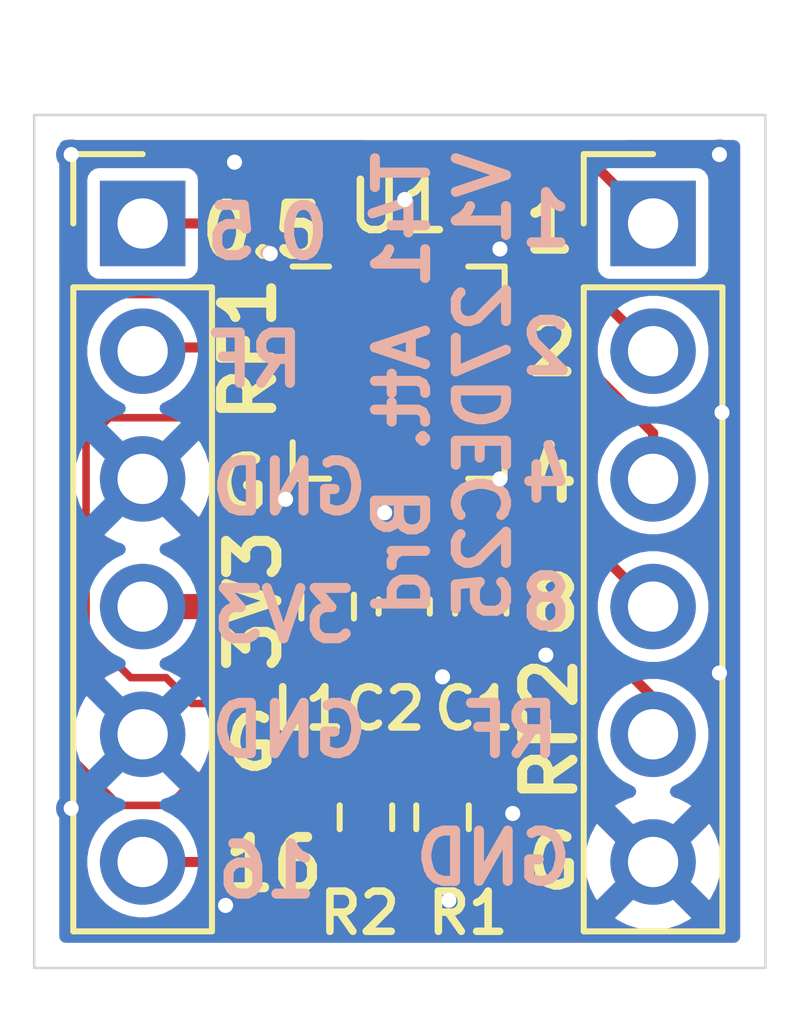
<source format=kicad_pcb>
(kicad_pcb (version 20241229) (generator "pcbnew") (generator_version "9.0")
  (layers (0 "F.Cu" signal) (2 "B.Cu" signal) (13 "F.Paste" user) (15 "B.Paste" user) (5 "F.SilkS" user "F.Silkscreen") (7 "B.SilkS" user "B.Silkscreen") (1 "F.Mask" user) (3 "B.Mask" user) (25 "Edge.Cuts" user))
  (net 0 "")
  (net 1 "+3V3")
  (net 2 "GND")
  (net 3 "/TC8")
  (net 4 "/TC16")
  (net 5 "/TC2")
  (net 6 "/TC1")
  (net 7 "Net-(J2-Pin_5)")
  (net 8 "/TC4")
  (net 9 "/TC0.5")
  (net 10 "Net-(U1-Data)")
  (net 11 "Net-(U1-C16)")
  (net 13 "Net-(J1-Pin_2)")
  (net 14 "Net-(U1-LE)")
  (footprint "Resistor_SMD:R_0603_1608Metric" (layer "F.Cu") (at 87.503 71.12 90)
    (property "Reference" "L1" (at -2.032 -0.381 0) (layer "F.SilkS") (effects (font (size 0.8 0.8))))
    (property "Value" "FB")
    (fp_line (start -0.237258 -0.5225) (end 0.237258 -0.5225) (stroke (width 0.12)) (layer "F.SilkS"))
    (fp_line (start -0.237258 0.5225) (end 0.237258 0.5225) (stroke (width 0.12)) (layer "F.SilkS"))
    (pad "1" smd roundrect (at -0.825 0 90) (size 0.8 0.95) (layers "F.Cu" "F.Mask" "F.Paste") (net 1 "+3V3"))
    (pad "2" smd roundrect (at 0.825 0 90) (size 0.8 0.95) (layers "F.Cu" "F.Mask" "F.Paste") (net 14 "Net-(U1-LE)"))
  )
  (footprint "Connector_PinHeader_2.54mm:PinHeader_1x06_P2.54mm_Vertical" (layer "F.Cu") (at 83.82 63.5)
    (property "Reference" "J1" (hide yes))
    (property "Value" "Conn 1")
    (fp_line (start -1.38 -1.38) (end 0 -1.38) (stroke (width 0.12)) (layer "F.SilkS"))
    (fp_line (start -1.38 0) (end -1.38 -1.38) (stroke (width 0.12)) (layer "F.SilkS"))
    (fp_line (start -1.38 1.27) (end -1.38 14.08) (stroke (width 0.12)) (layer "F.SilkS"))
    (fp_line (start -1.38 1.27) (end 1.38 1.27) (stroke (width 0.12)) (layer "F.SilkS"))
    (fp_line (start -1.38 14.08) (end 1.38 14.08) (stroke (width 0.12)) (layer "F.SilkS"))
    (fp_line (start 1.38 1.27) (end 1.38 14.08) (stroke (width 0.12)) (layer "F.SilkS"))
    (pad "1" thru_hole rect (at 0 0) (size 1.7 1.7) (drill 1) (layers "*.Cu" "*.Mask") (net 9 "/TC0.5"))
    (pad "2" thru_hole circle (at 0 2.54) (size 1.7 1.7) (drill 1) (layers "*.Cu" "*.Mask") (net 13 "Net-(J1-Pin_2)"))
    (pad "3" thru_hole circle (at 0 5.08) (size 1.7 1.7) (drill 1) (layers "*.Cu" "*.Mask") (net 2 "GND"))
    (pad "4" thru_hole circle (at 0 7.62) (size 1.7 1.7) (drill 1) (layers "*.Cu" "*.Mask") (net 1 "+3V3"))
    (pad "5" thru_hole circle (at 0 10.16) (size 1.7 1.7) (drill 1) (layers "*.Cu" "*.Mask") (net 2 "GND"))
    (pad "6" thru_hole circle (at 0 12.7) (size 1.7 1.7) (drill 1) (layers "*.Cu" "*.Mask") (net 4 "/TC16"))
  )
  (footprint "Connector_PinHeader_2.54mm:PinHeader_1x06_P2.54mm_Vertical" (layer "F.Cu") (at 93.98 63.5)
    (property "Reference" "J2" (hide yes))
    (property "Value" "Conn 2")
    (fp_line (start -1.38 -1.38) (end 0 -1.379999) (stroke (width 0.12)) (layer "F.SilkS"))
    (fp_line (start -1.38 1.27) (end -1.38 14.08) (stroke (width 0.12)) (layer "F.SilkS"))
    (fp_line (start -1.38 1.27) (end 1.38 1.27) (stroke (width 0.12)) (layer "F.SilkS"))
    (fp_line (start -1.38 14.08) (end 1.38 14.08) (stroke (width 0.12)) (layer "F.SilkS"))
    (fp_line (start -1.379999 0) (end -1.38 -1.38) (stroke (width 0.12)) (layer "F.SilkS"))
    (fp_line (start 1.38 1.27) (end 1.38 14.08) (stroke (width 0.12)) (layer "F.SilkS"))
    (pad "1" thru_hole rect (at 0 0) (size 1.7 1.7) (drill 1) (layers "*.Cu" "*.Mask") (net 6 "/TC1"))
    (pad "2" thru_hole circle (at 0 2.54) (size 1.7 1.7) (drill 1) (layers "*.Cu" "*.Mask") (net 5 "/TC2"))
    (pad "3" thru_hole circle (at 0 5.079999) (size 1.7 1.7) (drill 1) (layers "*.Cu" "*.Mask") (net 8 "/TC4"))
    (pad "4" thru_hole circle (at 0 7.62) (size 1.7 1.7) (drill 1) (layers "*.Cu" "*.Mask") (net 3 "/TC8"))
    (pad "5" thru_hole circle (at 0 10.16) (size 1.7 1.7) (drill 1) (layers "*.Cu" "*.Mask") (net 7 "Net-(J2-Pin_5)"))
    (pad "6" thru_hole circle (at 0 12.7) (size 1.7 1.7) (drill 1) (layers "*.Cu" "*.Mask") (net 2 "GND"))
  )
  (footprint "Resistor_SMD:R_0603_1608Metric" (layer "F.Cu") (at 88.265 75.311 -90)
    (property "Reference" "R2" (at 1.905 0.127 180) (layer "F.SilkS") (effects (font (size 0.8 0.8))))
    (property "Value" "10k")
    (fp_line (start -0.237258 0.5225) (end 0.237258 0.5225) (stroke (width 0.12)) (layer "F.SilkS"))
    (fp_line (start -0.237258 -0.5225) (end 0.237258 -0.5225) (stroke (width 0.12)) (layer "F.SilkS"))
    (pad "1" smd roundrect (at -0.825 0 270) (size 0.8 0.95) (layers "F.Cu" "F.Mask" "F.Paste") (net 11 "Net-(U1-C16)"))
    (pad "2" smd roundrect (at 0.825 0 270) (size 0.8 0.95) (layers "F.Cu" "F.Mask" "F.Paste") (net 4 "/TC16"))
  )
  (footprint "T41_Library:PE4312-QFN-20" (layer "F.Cu") (at 88.916 66.466)
    (property "Reference" "U1" (at 0 -3.3 0) (layer "F.SilkS"))
    (property "Value" "PE4312")
    (fp_line (start -2.11 2.11) (end -2.11 1.385) (stroke (width 0.12)) (layer "F.SilkS"))
    (fp_line (start -1.385 -2.11) (end -2.11 -2.11) (stroke (width 0.12)) (layer "F.SilkS"))
    (fp_line (start -1.385 2.11) (end -2.11 2.11) (stroke (width 0.12)) (layer "F.SilkS"))
    (fp_line (start 1.385 -2.11) (end 2.11 -2.11) (stroke (width 0.12)) (layer "F.SilkS"))
    (fp_line (start 1.385 2.11) (end 2.11 2.11) (stroke (width 0.12)) (layer "F.SilkS"))
    (fp_line (start 2.11 -2.11) (end 2.11 -1.385) (stroke (width 0.12)) (layer "F.SilkS"))
    (fp_line (start 2.11 2.11) (end 2.11 1.385) (stroke (width 0.12)) (layer "F.SilkS"))
    (pad "1" smd roundrect (at -1.95 -1) (size 0.8 0.25) (layers "F.Cu" "F.Mask" "F.Paste") (net 11 "Net-(U1-C16)"))
    (pad "2" smd roundrect (at -1.95 -0.5) (size 0.8 0.25) (layers "F.Cu" "F.Mask" "F.Paste") (net 13 "Net-(J1-Pin_2)"))
    (pad "3" smd roundrect (at -1.95 0) (size 0.8 0.25) (layers "F.Cu" "F.Mask" "F.Paste") (net 10 "Net-(U1-Data)"))
    (pad "4" smd roundrect (at -1.95 0.5) (size 0.8 0.25) (layers "F.Cu" "F.Mask" "F.Paste"))
    (pad "5" smd roundrect (at -1.95 1) (size 0.8 0.25) (layers "F.Cu" "F.Mask" "F.Paste") (net 14 "Net-(U1-LE)"))
    (pad "6" smd roundrect (at -1 1.95) (size 0.25 0.8) (layers "F.Cu" "F.Mask" "F.Paste") (net 14 "Net-(U1-LE)"))
    (pad "7" smd roundrect (at -0.5 1.95) (size 0.25 0.8) (layers "F.Cu" "F.Mask" "F.Paste") (net 2 "GND"))
    (pad "8" smd roundrect (at 0 1.95) (size 0.25 0.8) (layers "F.Cu" "F.Mask" "F.Paste") (net 2 "GND"))
    (pad "9" smd roundrect (at 0.5 1.95) (size 0.25 0.8) (layers "F.Cu" "F.Mask" "F.Paste") (net 14 "Net-(U1-LE)"))
    (pad "10" smd roundrect (at 1 1.95) (size 0.25 0.8) (layers "F.Cu" "F.Mask" "F.Paste") (net 2 "GND"))
    (pad "11" smd roundrect (at 1.95 1) (size 0.8 0.25) (layers "F.Cu" "F.Mask" "F.Paste") (net 2 "GND"))
    (pad "12" smd roundrect (at 1.95 0.5) (size 0.8 0.25) (layers "F.Cu" "F.Mask" "F.Paste") (net 2 "GND"))
    (pad "13" smd roundrect (at 1.95 0) (size 0.8 0.25) (layers "F.Cu" "F.Mask" "F.Paste") (net 2 "GND"))
    (pad "14" smd roundrect (at 1.95 -0.5) (size 0.8 0.25) (layers "F.Cu" "F.Mask" "F.Paste") (net 7 "Net-(J2-Pin_5)"))
    (pad "15" smd roundrect (at 1.95 -1) (size 0.8 0.25) (layers "F.Cu" "F.Mask" "F.Paste") (net 3 "/TC8"))
    (pad "16" smd roundrect (at 1 -1.95) (size 0.25 0.8) (layers "F.Cu" "F.Mask" "F.Paste") (net 8 "/TC4"))
    (pad "17" smd roundrect (at 0.5 -1.95) (size 0.25 0.8) (layers "F.Cu" "F.Mask" "F.Paste") (net 5 "/TC2"))
    (pad "18" smd roundrect (at 0 -1.95) (size 0.25 0.8) (layers "F.Cu" "F.Mask" "F.Paste") (net 2 "GND"))
    (pad "19" smd roundrect (at -0.5 -1.95) (size 0.25 0.8) (layers "F.Cu" "F.Mask" "F.Paste") (net 6 "/TC1"))
    (pad "20" smd roundrect (at -1 -1.95) (size 0.25 0.8) (layers "F.Cu" "F.Mask" "F.Paste") (net 9 "/TC0.5"))
    (pad "21" smd rect (at 0 0) (size 2.2 2.2) (layers "F.Cu" "F.Mask") (net 2 "GND"))
  )
  (footprint "Capacitor_SMD:C_0603_1608Metric" (layer "F.Cu") (at 89.027 71.12 90)
    (property "Reference" "C2" (at -2.032 -0.381 180) (layer "F.SilkS") (effects (font (size 0.8 0.8))))
    (property "Value" "10uF 50V")
    (fp_line (start -0.140581 -0.51) (end 0.140581 -0.51) (stroke (width 0.12)) (layer "F.SilkS"))
    (fp_line (start -0.140581 0.51) (end 0.140581 0.51) (stroke (width 0.12)) (layer "F.SilkS"))
    (pad "1" smd roundrect (at -0.775 0 90) (size 0.9 0.95) (layers "F.Cu" "F.Mask" "F.Paste") (net 2 "GND"))
    (pad "2" smd roundrect (at 0.775 0 90) (size 0.9 0.95) (layers "F.Cu" "F.Mask" "F.Paste") (net 14 "Net-(U1-LE)"))
  )
  (footprint "Capacitor_SMD:C_0603_1608Metric" (layer "F.Cu") (at 90.551 71.12 90)
    (property "Reference" "C1" (at -2.032 -0.127 180) (layer "F.SilkS") (effects (font (size 0.8 0.8))))
    (property "Value" "0.1uF 50V")
    (fp_line (start -0.140581 -0.51) (end 0.140581 -0.51) (stroke (width 0.12)) (layer "F.SilkS"))
    (fp_line (start -0.140581 0.51) (end 0.140581 0.51) (stroke (width 0.12)) (layer "F.SilkS"))
    (pad "1" smd roundrect (at -0.775 0 90) (size 0.9 0.95) (layers "F.Cu" "F.Mask" "F.Paste") (net 2 "GND"))
    (pad "2" smd roundrect (at 0.775 0 90) (size 0.9 0.95) (layers "F.Cu" "F.Mask" "F.Paste") (net 14 "Net-(U1-LE)"))
  )
  (footprint "Resistor_SMD:R_0603_1608Metric" (layer "F.Cu") (at 89.789 75.311 90)
    (property "Reference" "R1" (at -1.905 0.508 180) (layer "F.SilkS") (effects (font (size 0.8 0.8))))
    (property "Value" "10k")
    (fp_line (start -0.237258 -0.5225) (end 0.237258 -0.5225) (stroke (width 0.12)) (layer "F.SilkS"))
    (fp_line (start -0.237258 0.5225) (end 0.237258 0.5225) (stroke (width 0.12)) (layer "F.SilkS"))
    (pad "1" smd roundrect (at -0.825 0 90) (size 0.8 0.95) (layers "F.Cu" "F.Mask" "F.Paste") (net 2 "GND"))
    (pad "2" smd roundrect (at 0.825 0 90) (size 0.8 0.95) (layers "F.Cu" "F.Mask" "F.Paste") (net 10 "Net-(U1-Data)"))
  )
  (gr_rect (start 81.661 61.341) (end 96.2152 78.3082) (stroke (width 0.05)) (fill no) (layer "Edge.Cuts"))
  (gr_text "4" (at 91.3638 69.088 0) (layer "F.SilkS") (effects (font (size 1 1) (thickness 0.2) (bold yes)) (justify left bottom)))
  (gr_text "G" (at 85.344 74.422 0) (layer "F.SilkS") (effects (font (size 1 1) (thickness 0.2) (bold yes)) (justify left bottom)))
  (gr_text "RF2" (at 92.5068 75.1078 90) (layer "F.SilkS") (effects (font (size 1 1) (thickness 0.2) (bold yes)) (justify left bottom)))
  (gr_text "0.5" (at 84.8868 64.2366 0) (layer "F.SilkS") (effects (font (size 1 1) (thickness 0.2) (bold yes)) (justify left bottom)))
  (gr_text "3V3" (at 86.614 72.517 90) (layer "F.SilkS") (effects (font (size 1 1) (thickness 0.2) (bold yes)) (justify left bottom)))
  (gr_text "G" (at 91.3638 76.7842 0) (layer "F.SilkS") (effects (font (size 1 1) (thickness 0.2) (bold yes)) (justify left bottom)))
  (gr_text "2" (at 91.3638 66.5734 0) (layer "F.SilkS") (effects (font (size 1 1) (thickness 0.2) (bold yes)) (justify left bottom)))
  (gr_text "8" (at 91.4146 71.6534 0) (layer "F.SilkS") (effects (font (size 1 1) (thickness 0.2) (bold yes)) (justify left bottom)))
  (gr_text "1" (at 91.313 64.135 0) (layer "F.SilkS") (effects (font (size 1 1) (thickness 0.2) (bold yes)) (justify left bottom)))
  (gr_text "16" (at 85.344 76.835 0) (layer "F.SilkS") (effects (font (size 1 1) (thickness 0.2) (bold yes)) (justify left bottom)))
  (gr_text "G" (at 85.1662 69.2658 0) (layer "F.SilkS") (effects (font (size 1 1) (thickness 0.2) (bold yes)) (justify left bottom)))
  (gr_text "RF1" (at 86.5124 67.5386 90) (layer "F.SilkS") (effects (font (size 1 1) (thickness 0.2) (bold yes)) (justify left bottom)))
  (gr_text "T41 Att. Brd\nV1 27DEC25" (at 91.186 61.976 90) (layer "B.SilkS") (effects (font (size 1 1) (thickness 0.2) (bold yes)) (justify left bottom mirror)))
  (gr_text "RF" (at 92.202 74.168 0) (layer "B.SilkS") (effects (font (size 1 1) (thickness 0.2) (bold yes)) (justify left bottom mirror)))
  (gr_text "GND" (at 88.392 69.342 0) (layer "B.SilkS") (effects (font (size 1 1) (thickness 0.2) (bold yes)) (justify left bottom mirror)))
  (gr_text "GND" (at 92.456 76.708 0) (layer "B.SilkS") (effects (font (size 1 1) (thickness 0.2) (bold yes)) (justify left bottom mirror)))
  (gr_text "4" (at 92.456 69.088 0) (layer "B.SilkS") (effects (font (size 1 1) (thickness 0.2) (bold yes)) (justify left bottom mirror)))
  (gr_text "2" (at 92.456 66.548 0) (layer "B.SilkS") (effects (font (size 1 1) (thickness 0.2) (bold yes)) (justify left bottom mirror)))
  (gr_text "3V3" (at 88.138 71.882 0) (layer "B.SilkS") (effects (font (size 1 1) (thickness 0.2) (bold yes)) (justify left bottom mirror)))
  (gr_text "8" (at 92.456 71.628 0) (layer "B.SilkS") (effects (font (size 1 1) (thickness 0.2) (bold yes)) (justify left bottom mirror)))
  (gr_text "RF" (at 87.122 66.802 0) (layer "B.SilkS") (effects (font (size 1 1) (thickness 0.2) (bold yes)) (justify left bottom mirror)))
  (gr_text "16" (at 87.376 76.962 0) (layer "B.SilkS") (effects (font (size 1 1) (thickness 0.2) (bold yes)) (justify left bottom mirror)))
  (gr_text "0.5" (at 87.63 64.262 0) (layer "B.SilkS") (effects (font (size 1 1) (thickness 0.2) (bold yes)) (justify left bottom mirror)))
  (gr_text "1" (at 92.456 64.008 0) (layer "B.SilkS") (effects (font (size 1 1) (thickness 0.2) (bold yes)) (justify left bottom mirror)))
  (gr_text "GND" (at 88.392 74.168 0) (layer "B.SilkS") (effects (font (size 1 1) (thickness 0.2) (bold yes)) (justify left bottom mirror)))
  (segment (start 86.678 71.12) (end 87.503 71.945) (width 0.5) (layer "F.Cu") (net 1))
  (segment (start 83.82 71.12) (end 86.678 71.12) (width 0.5) (layer "F.Cu") (net 1))
  (segment (start 90.866 67.466) (end 90.866 68.514) (width 0.2) (layer "F.Cu") (net 2))
  (segment (start 88.916 68.974164) (end 88.637393 69.252771) (width 0.2) (layer "F.Cu") (net 2))
  (segment (start 90.411 71.895) (end 89.789 72.517) (width 0.2) (layer "F.Cu") (net 2))
  (segment (start 88.916 66.466) (end 86.55 64.1) (width 0.2) (layer "F.Cu") (net 2))
  (segment (start 88.916 66.466) (end 90.932 64.45) (width 0.2) (layer "F.Cu") (net 2))
  (segment (start 86.55 64.1) (end 86.36 64.1) (width 0.2) (layer "F.Cu") (net 2))
  (segment (start 89.789 76.835) (end 89.916 76.962) (width 0.2) (layer "F.Cu") (net 2))
  (segment (start 88.916 64.516) (end 88.916 63.143471) (width 0.2) (layer "F.Cu") (net 2))
  (segment (start 90.866 66.466) (end 90.866 67.466) (width 0.2) (layer "F.Cu") (net 2))
  (segment (start 89.027 71.895) (end 89.167 71.895) (width 0.2) (layer "F.Cu") (net 2))
  (segment (start 88.916 63.143471) (end 89.036171 63.0233) (width 0.2) (layer "F.Cu") (net 2))
  (segment (start 88.416 69.031378) (end 88.637393 69.252771) (width 0.2) (layer "F.Cu") (net 2))
  (segment (start 90.768 68.416) (end 90.932 68.58) (width 0.2) (layer "F.Cu") (net 2))
  (segment (start 89.789 76.136) (end 89.789 76.835) (width 0.2) (layer "F.Cu") (net 2))
  (segment (start 90.866 68.514) (end 90.932 68.58) (width 0.2) (layer "F.Cu") (net 2))
  (segment (start 88.416 68.416) (end 88.416 69.031378) (width 0.2) (layer "F.Cu") (net 2))
  (segment (start 89.167 71.895) (end 89.789 72.517) (width 0.2) (layer "F.Cu") (net 2))
  (segment (start 90.932 64.45) (end 90.932 64.008) (width 0.2) (layer "F.Cu") (net 2))
  (segment (start 88.916 66.564) (end 90.932 68.58) (width 0.2) (layer "F.Cu") (net 2))
  (segment (start 90.551 71.895) (end 90.411 71.895) (width 0.2) (layer "F.Cu") (net 2))
  (segment (start 90.866 66.466) (end 90.866 68.514) (width 0.2) (layer "F.Cu") (net 2))
  (segment (start 88.916 66.466) (end 88.916 66.564) (width 0.2) (layer "F.Cu") (net 2))
  (segment (start 88.916 68.416) (end 88.916 68.974164) (width 0.2) (layer "F.Cu") (net 2))
  (segment (start 89.027 71.895) (end 90.551 71.895) (width 0.2) (layer "F.Cu") (net 2))
  (segment (start 89.916 68.416) (end 90.768 68.416) (width 0.2) (layer "F.Cu") (net 2))
  (via (at 91.8464 72.0852) (size 0.6) (drill 0.3) (layers "F.Cu" "B.Cu") (net 2))
  (via (at 95.3008 72.4408) (size 0.6) (drill 0.3) (layers "F.Cu" "B.Cu") (net 2))
  (via (at 85.471 77.0636) (size 0.6) (drill 0.3) (layers "F.Cu" "B.Cu") (net 2))
  (via (at 85.6488 62.2808) (size 0.6) (drill 0.3) (layers "F.Cu" "B.Cu") (net 2))
  (via (at 89.916 76.962) (size 0.6) (drill 0.3) (layers "F.Cu" "B.Cu") (net 2))
  (via (at 95.3008 62.1284) (size 0.6) (drill 0.3) (layers "F.Cu" "B.Cu") (net 2))
  (via (at 91.186 75.2348) (size 0.6) (drill 0.3) (layers "F.Cu" "B.Cu") (net 2))
  (via (at 89.036171 63.0233) (size 0.6) (drill 0.3) (layers "F.Cu" "B.Cu") (net 2))
  (via (at 86.36 64.1) (size 0.6) (drill 0.3) (layers "F.Cu" "B.Cu") (net 2))
  (via (at 90.932 64.008) (size 0.6) (drill 0.3) (layers "F.Cu" "B.Cu") (net 2))
  (via (at 86.6648 68.9864) (size 0.6) (drill 0.3) (layers "F.Cu" "B.Cu") (net 2))
  (via (at 95.3516 67.2592) (size 0.6) (drill 0.3) (layers "F.Cu" "B.Cu") (net 2))
  (via (at 89.789 72.517) (size 0.6) (drill 0.3) (layers "F.Cu" "B.Cu") (net 2))
  (via (at 82.3976 75.1332) (size 0.6) (drill 0.3) (layers "F.Cu" "B.Cu") (net 2))
  (via (at 90.932 68.58) (size 0.6) (drill 0.3) (layers "F.Cu" "B.Cu") (net 2))
  (via (at 82.3976 62.1284) (size 0.6) (drill 0.3) (layers "F.Cu" "B.Cu") (net 2))
  (via (at 88.637393 69.252771) (size 0.6) (drill 0.3) (layers "F.Cu" "B.Cu") (net 2))
  (segment (start 90.866 65.466) (end 91.348898 65.466) (width 0.2) (layer "F.Cu") (net 3))
  (segment (start 92.456 69.596) (end 93.98 71.12) (width 0.2) (layer "F.Cu") (net 3))
  (segment (start 92.095 66.695) (end 92.456 67.056) (width 0.2) (layer "F.Cu") (net 3))
  (segment (start 91.348898 65.466) (end 92.095 66.212102) (width 0.2) (layer "F.Cu") (net 3))
  (segment (start 92.456 67.056) (end 92.456 69.596) (width 0.2) (layer "F.Cu") (net 3))
  (segment (start 92.095 66.212102) (end 92.095 66.695) (width 0.2) (layer "F.Cu") (net 3))
  (segment (start 87.439 76.2) (end 87.503 76.136) (width 0.2) (layer "F.Cu") (net 4))
  (segment (start 87.503 76.136) (end 88.265 76.136) (width 0.2) (layer "F.Cu") (net 4))
  (segment (start 83.82 76.2) (end 87.439 76.2) (width 0.2) (layer "F.Cu") (net 4))
  (segment (start 92.202 63.5) (end 92.202 64.262) (width 0.2) (layer "F.Cu") (net 5))
  (segment (start 91.694 62.992) (end 92.202 63.5) (width 0.2) (layer "F.Cu") (net 5))
  (segment (start 92.202 64.262) (end 93.98 66.04) (width 0.2) (layer "F.Cu") (net 5))
  (segment (start 89.416 63.492) (end 89.916 62.992) (width 0.2) (layer "F.Cu") (net 5))
  (segment (start 89.416 64.516) (end 89.416 63.492) (width 0.2) (layer "F.Cu") (net 5))
  (segment (start 89.916 62.992) (end 91.694 62.992) (width 0.2) (layer "F.Cu") (net 5))
  (segment (start 88.416 64.516) (end 88.416 62.793528) (width 0.2) (layer "F.Cu") (net 6))
  (segment (start 92.9023 62.4223) (end 93.98 63.5) (width 0.2) (layer "F.Cu") (net 6))
  (segment (start 88.416 62.793528) (end 88.787228 62.4223) (width 0.2) (layer "F.Cu") (net 6))
  (segment (start 88.787228 62.4223) (end 92.9023 62.4223) (width 0.2) (layer "F.Cu") (net 6))
  (segment (start 91.281798 65.966) (end 91.694 66.378202) (width 0.2) (layer "F.Cu") (net 7))
  (segment (start 91.694 66.378202) (end 91.694 70.64389) (width 0.2) (layer "F.Cu") (net 7))
  (segment (start 91.694 70.64389) (end 93.98 72.92989) (width 0.2) (layer "F.Cu") (net 7))
  (segment (start 90.866 65.966) (end 91.281798 65.966) (width 0.2) (layer "F.Cu") (net 7))
  (segment (start 93.98 72.92989) (end 93.98 73.66) (width 0.2) (layer "F.Cu") (net 7))
  (segment (start 90.531 63.393) (end 91.333 63.393) (width 0.2) (layer "F.Cu") (net 8))
  (segment (start 91.694 63.754) (end 91.694 64.516) (width 0.2) (layer "F.Cu") (net 8))
  (segment (start 91.333 63.393) (end 91.694 63.754) (width 0.2) (layer "F.Cu") (net 8))
  (segment (start 91.694 64.516) (end 92.71 65.532) (width 0.2) (layer "F.Cu") (net 8))
  (segment (start 93.98 67.66776) (end 93.98 68.579999) (width 0.2) (layer "F.Cu") (net 8))
  (segment (start 92.71 65.532) (end 92.71 66.39776) (width 0.2) (layer "F.Cu") (net 8))
  (segment (start 89.916 64.516) (end 89.916 64.008) (width 0.2) (layer "F.Cu") (net 8))
  (segment (start 92.71 66.39776) (end 93.98 67.66776) (width 0.2) (layer "F.Cu") (net 8))
  (segment (start 89.916 64.008) (end 90.531 63.393) (width 0.2) (layer "F.Cu") (net 8))
  (segment (start 86.9 63.5) (end 87.916 64.516) (width 0.2) (layer "F.Cu") (net 9))
  (segment (start 83.82 63.5) (end 86.9 63.5) (width 0.2) (layer "F.Cu") (net 9))
  (segment (start 82.694 71.645) (end 82.694 67.825595) (width 0.15) (layer "F.Cu") (net 10))
  (segment (start 89.789 73.724) (end 89.113 73.048) (width 0.15) (layer "F.Cu") (net 10))
  (segment (start 82.694 67.825595) (end 83.155923 67.363672) (width 0.15) (layer "F.Cu") (net 10))
  (segment (start 83.583 72.534) (end 82.694 71.645) (width 0.15) (layer "F.Cu") (net 10))
  (segment (start 89.789 73.724) (end 89.789 74.486) (width 0.15) (layer "F.Cu") (net 10))
  (segment (start 85.687884 67.363672) (end 86.585556 66.466) (width 0.15) (layer "F.Cu") (net 10))
  (segment (start 86.585556 66.466) (end 86.966 66.466) (width 0.15) (layer "F.Cu") (net 10))
  (segment (start 84.800405 73.048) (end 84.286405 72.534) (width 0.15) (layer "F.Cu") (net 10))
  (segment (start 84.286405 72.534) (end 83.583 72.534) (width 0.15) (layer "F.Cu") (net 10))
  (segment (start 83.155923 67.363672) (end 85.687884 67.363672) (width 0.15) (layer "F.Cu") (net 10))
  (segment (start 89.113 73.048) (end 84.800405 73.048) (width 0.15) (layer "F.Cu") (net 10))
  (segment (start 84.933 74.486) (end 88.265 74.486) (width 0.15) (layer "F.Cu") (net 11))
  (segment (start 82.237 73.957405) (end 83.353595 75.074) (width 0.15) (layer "F.Cu") (net 11))
  (segment (start 83.353595 75.074) (end 84.345 75.074) (width 0.15) (layer "F.Cu") (net 11))
  (segment (start 82.237 65.337) (end 82.66 64.914) (width 0.15) (layer "F.Cu") (net 11))
  (segment (start 86.966 65.466) (end 86.414 64.914) (width 0.15) (layer "F.Cu") (net 11))
  (segment (start 84.345 75.074) (end 84.933 74.486) (width 0.15) (layer "F.Cu") (net 11))
  (segment (start 82.66 64.914) (end 86.414 64.914) (width 0.15) (layer "F.Cu") (net 11))
  (segment (start 82.237 65.337) (end 82.237 73.957405) (width 0.15) (layer "F.Cu") (net 11))
  (segment (start 83.894 65.966) (end 83.82 66.04) (width 0.2) (layer "F.Cu") (net 13))
  (segment (start 86.966 65.966) (end 83.894 65.966) (width 0.2) (layer "F.Cu") (net 13))
  (segment (start 87.916 69.882) (end 87.503 70.295) (width 0.2) (layer "F.Cu") (net 14))
  (segment (start 86.966 67.466) (end 87.916 68.416) (width 0.2) (layer "F.Cu") (net 14))
  (segment (start 87.916 68.416) (end 87.916 69.882) (width 0.2) (layer "F.Cu") (net 14))
  (segment (start 87.553 70.345) (end 87.503 70.295) (width 0.2) (layer "F.Cu") (net 14))
  (segment (start 89.416 68.416) (end 89.416 69.956) (width 0.2) (layer "F.Cu") (net 14))
  (segment (start 89.027 70.345) (end 87.553 70.345) (width 0.2) (layer "F.Cu") (net 14))
  (segment (start 90.551 70.345) (end 89.027 70.345) (width 0.2) (layer "F.Cu") (net 14))
  (segment (start 89.416 69.956) (end 89.027 70.345) (width 0.2) (layer "F.Cu") (net 14))
  (zone (net 0) (net_name "") (layer "F.Cu") (connect_pads (clearance 0)) (min_thickness 0.25)
    (keepout (tracks allowed) (vias allowed) (pads allowed) (copperpour not_allowed) (footprints allowed))
    (fill (thermal_gap 0.5) (thermal_bridge_width 0.5))
    (polygon (pts (xy 87.376 64.9224) (xy 91.2622 64.9224) (xy 91.2876 68.0212) (xy 87.3506 68.0212)))
  )
  (zone (net 2) (net_name "GND") (layer "F.Cu") (connect_pads (clearance 0.5)) (min_thickness 0.25) (fill yes (thermal_gap 0.5) (thermal_bridge_width 0.5))
    (polygon (pts (xy 81.28 59.055) (xy 96.266 59.055) (xy 96.266 79.248) (xy 81.28 79.248)))
  )
  (zone (net 2) (net_name "GND") (layer "B.Cu") (priority 1) (connect_pads (clearance 0.25)) (min_thickness 0.25) (fill yes (thermal_gap 0.5) (thermal_bridge_width 0.5))
    (polygon (pts (xy 81.28 59.055) (xy 96.266 59.055) (xy 96.266 79.248) (xy 81.28 79.248)))
  )
)
</source>
